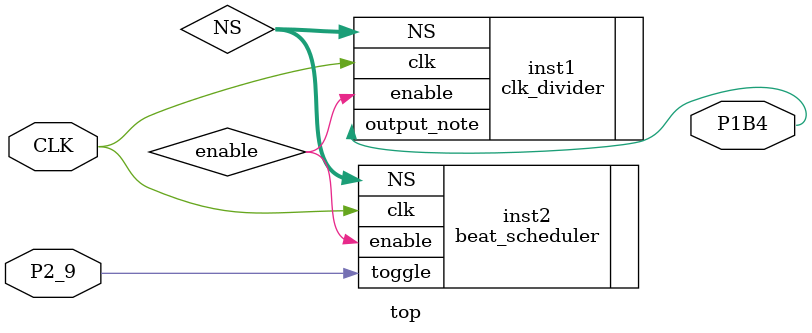
<source format=v>
/***
    Programmer: Arash Roshanineshat
***/

`timescale 1ns/1ps

module top(
    input wire CLK,
    input wire P2_9,

    output wire P1B4
);

    wire [3:0] NS;
    wire enable;

    clk_divider inst1(
        .clk(CLK),
        .NS(NS),
        .enable (enable),
        .output_note(P1B4)
    );

    beat_scheduler inst2(
        .clk(CLK),
        .NS (NS),
        .toggle(P2_9),
        .enable(enable)
    );

endmodule 

</source>
